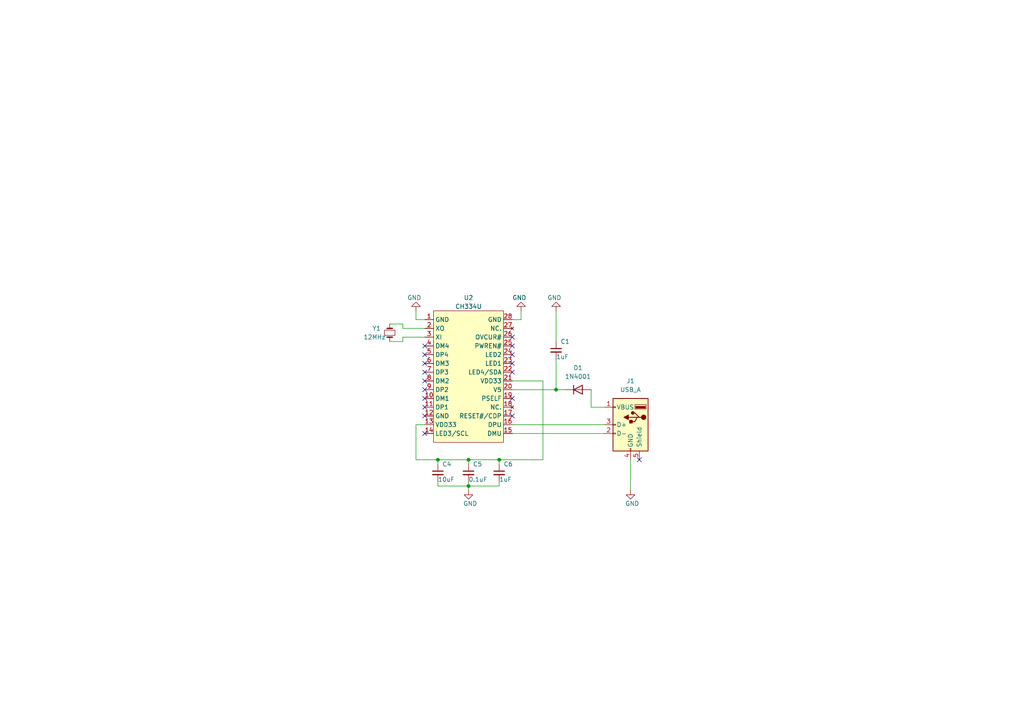
<source format=kicad_sch>
(kicad_sch (version 20230121) (generator eeschema)
  (paper "A4")
  (lib_symbols
    (symbol "Connector:USB_A" (pin_names (offset 1.016))
      (property "Reference" "J" (at -5.08 11.43 0))
      (property "Value" "USB_A" (at -5.08 8.89 0))
      (symbol "USB_A_0_1"
        (rectangle (start -5.08 -7.62) (end 5.08 7.62) (stroke (width 0.254)) (fill (type background)))
        (circle (center -3.81 2.159) (radius 0.635) (stroke (width 0.254)) (fill (type outline)))
        (rectangle (start -1.524 4.826) (end -4.318 5.334) (fill (type outline)))
        (rectangle (start -1.27 4.572) (end -4.572 5.842))
        (circle (center -0.635 3.429) (radius 0.381) (stroke (width 0.254)) (fill (type outline)))
        (rectangle (start -0.127 -7.62) (end 0.127 -6.858))
        (polyline (pts (xy -3.175 2.159) (xy -2.54 2.159) (xy -1.27 3.429) (xy -0.635 3.429)) (stroke (width 0.254)))
        (polyline (pts (xy -2.54 2.159) (xy -1.905 2.159) (xy -1.27 0.889) (xy 0 0.889)) (stroke (width 0.254)))
        (polyline (pts (xy 0.635 2.794) (xy 0.635 1.524) (xy 1.905 2.159) (xy 0.635 2.794)) (stroke (width 0.254)) (fill (type outline)))
        (rectangle (start 0.254 1.27) (end -0.508 0.508) (stroke (width 0.254)) (fill (type outline)))
        (rectangle (start 5.08 -2.667) (end 4.318 -2.413))
        (rectangle (start 5.08 -0.127) (end 4.318 0.127))
        (rectangle (start 5.08 4.953) (end 4.318 5.207))
      )
      (symbol "USB_A_1_1"
        (polyline (pts (xy -1.905 2.159) (xy 0.635 2.159)) (stroke (width 0.254)))
        (pin power_in line (at 7.62 5.08 180) (length 2.54) (name "VBUS") (number "1"))
        (pin bidirectional line (at 7.62 -2.54 180) (length 2.54) (name "D-") (number "2"))
        (pin bidirectional line (at 7.62 0 180) (length 2.54) (name "D+") (number "3"))
        (pin power_in line (at 0 -10.16 90) (length 2.54) (name "GND") (number "4"))
        (pin passive line (at -2.54 -10.16 90) (length 2.54) (name "Shield") (number "5"))
      )
    )
    (symbol "Device:C_Small" (pin_numbers hide) (pin_names (offset 0.254) hide)
      (property "Reference" "C" (at 0.254 1.778 0))
      (property "Value" "C_Small" (at 0.254 -2.032 0))
      (symbol "C_Small_0_1"
        (polyline (pts (xy -1.524 -0.508) (xy 1.524 -0.508)) (stroke (width 0.3302)))
        (polyline (pts (xy -1.524 0.508) (xy 1.524 0.508)) (stroke (width 0.3048)))
      )
      (symbol "C_Small_1_1"
        (pin passive line (at 0 2.54 270) (length 2.032) (name "~") (number "1"))
        (pin passive line (at 0 -2.54 90) (length 2.032) (name "~") (number "2"))
      )
    )
    (symbol "Device:Crystal_Small" (pin_numbers hide) (pin_names (offset 1.016) hide)
      (property "Reference" "Y" (at 0 2.54 0))
      (property "Value" "Crystal_Small" (at 0 -2.54 0))
      (symbol "Crystal_Small_0_1"
        (rectangle (start -0.762 -1.524) (end 0.762 1.524))
        (polyline (pts (xy -1.27 -0.762) (xy -1.27 0.762)) (stroke (width 0.381)))
        (polyline (pts (xy 1.27 -0.762) (xy 1.27 0.762)) (stroke (width 0.381)))
      )
      (symbol "Crystal_Small_1_1"
        (pin passive line (at -2.54 0 0) (length 1.27) (name "1") (number "1"))
        (pin passive line (at 2.54 0 180) (length 1.27) (name "2") (number "2"))
      )
    )
    (symbol "Diode:1N4001" (pin_numbers hide) (pin_names hide)
      (property "Reference" "D" (at 0 2.54 0))
      (property "Value" "1N4001" (at 0 -2.54 0))
      (symbol "1N4001_0_1"
        (polyline (pts (xy -1.27 1.27) (xy -1.27 -1.27)) (stroke (width 0.254)))
        (polyline (pts (xy 1.27 0) (xy -1.27 0)))
        (polyline (pts (xy 1.27 1.27) (xy 1.27 -1.27) (xy -1.27 0) (xy 1.27 1.27)) (stroke (width 0.254)))
      )
      (symbol "1N4001_1_1"
        (pin passive line (at -3.81 0 0) (length 2.54) (name "K") (number "1"))
        (pin passive line (at 3.81 0 180) (length 2.54) (name "A") (number "2"))
      )
    )
    (symbol "power:GND" (power) (pin_names (offset 0))
      (property "Value" "GND" (at 0 -3.81 0))
      (symbol "GND_0_1"
        (polyline (pts (xy 0 0) (xy 0 -1.27) (xy 1.27 -1.27) (xy 0 -2.54) (xy -1.27 -1.27) (xy 0 -1.27)))
      )
      (symbol "GND_1_1"
        (pin power_in line (at 0 0 270) (length 0) hide (name "GND") (number "1"))
      )
    )
    (symbol "wch_mcu_peripheral:CH334U"
      (property "Reference" "U" (at 6.35 -21.59 0))
      (property "Value" "CH334U" (at -2.54 -21.59 0))
      (symbol "CH334U_0_1"
        (rectangle (start -10.16 19.05) (end 10.16 -19.05) (fill (type background)))
      )
      (symbol "CH334U_1_1"
        (pin power_in line (at -12.7 16.51 0) (length 2.54) (name "GND") (number "1"))
        (pin bidirectional line (at -12.7 -6.35 0) (length 2.54) (name "DM1") (number "10"))
        (pin bidirectional line (at -12.7 -8.89 0) (length 2.54) (name "DP1") (number "11"))
        (pin power_in line (at -12.7 -11.43 0) (length 2.54) (name "GND") (number "12"))
        (pin power_in line (at -12.7 -13.97 0) (length 2.54) (name "VDD33") (number "13"))
        (pin bidirectional line (at -12.7 -16.51 0) (length 2.54) (name "LED3/SCL") (number "14"))
        (pin bidirectional line (at 12.7 -16.51 180) (length 2.54) (name "DMU") (number "15"))
        (pin bidirectional line (at 12.7 -13.97 180) (length 2.54) (name "DPU") (number "16"))
        (pin input line (at 12.7 -11.43 180) (length 2.54) (name "RESET#/CDP") (number "17"))
        (pin no_connect line (at 12.7 -8.89 180) (length 2.54) (name "NC.") (number "18"))
        (pin input line (at 12.7 -6.35 180) (length 2.54) (name "PSELF") (number "19"))
        (pin output line (at -12.7 13.97 0) (length 2.54) (name "XO") (number "2"))
        (pin power_in line (at 12.7 -3.81 180) (length 2.54) (name "V5") (number "20"))
        (pin power_in line (at 12.7 -1.27 180) (length 2.54) (name "VDD33") (number "21"))
        (pin bidirectional line (at 12.7 1.27 180) (length 2.54) (name "LED4/SDA") (number "22"))
        (pin bidirectional line (at 12.7 3.81 180) (length 2.54) (name "LED1") (number "23"))
        (pin bidirectional line (at 12.7 6.35 180) (length 2.54) (name "LED2") (number "24"))
        (pin output line (at 12.7 8.89 180) (length 2.54) (name "PWREN#") (number "25"))
        (pin input line (at 12.7 11.43 180) (length 2.54) (name "OVCUR#") (number "26"))
        (pin no_connect line (at 12.7 13.97 180) (length 2.54) (name "NC.") (number "27"))
        (pin power_in line (at 12.7 16.51 180) (length 2.54) (name "GND") (number "28"))
        (pin input line (at -12.7 11.43 0) (length 2.54) (name "XI") (number "3"))
        (pin bidirectional line (at -12.7 8.89 0) (length 2.54) (name "DM4") (number "4"))
        (pin bidirectional line (at -12.7 6.35 0) (length 2.54) (name "DP4") (number "5"))
        (pin bidirectional line (at -12.7 3.81 0) (length 2.54) (name "DM3") (number "6"))
        (pin bidirectional line (at -12.7 1.27 0) (length 2.54) (name "DP3") (number "7"))
        (pin bidirectional line (at -12.7 -1.27 0) (length 2.54) (name "DM2") (number "8"))
        (pin bidirectional line (at -12.7 -3.81 0) (length 2.54) (name "DP2") (number "9"))
      )
    )
  )
  (junction (at 127 133.35))
  (junction (at 135.89 133.35))
  (junction (at 161.29 113.03))
  (junction (at 135.89 140.97))
  (junction (at 144.78 133.35))
  (no_connect (at 123.19 100.33))
  (no_connect (at 148.59 115.57))
  (no_connect (at 148.59 100.33))
  (no_connect (at 123.19 118.11))
  (no_connect (at 185.42 133.35))
  (no_connect (at 123.19 107.95))
  (no_connect (at 123.19 125.73))
  (no_connect (at 148.59 120.65))
  (no_connect (at 123.19 102.87))
  (no_connect (at 123.19 105.41))
  (no_connect (at 148.59 105.41))
  (no_connect (at 148.59 107.95))
  (no_connect (at 123.19 113.03))
  (no_connect (at 123.19 115.57))
  (no_connect (at 123.19 120.65))
  (no_connect (at 123.19 110.49))
  (no_connect (at 148.59 97.79))
  (no_connect (at 148.59 102.87))
  (wire (pts (xy 161.29 113.03) (xy 163.83 113.03)))
  (wire (pts (xy 135.89 139.7) (xy 135.89 140.97)))
  (wire (pts (xy 171.45 118.11) (xy 175.26 118.11)))
  (wire (pts (xy 127 139.7) (xy 127 140.97)))
  (wire (pts (xy 123.19 92.71) (xy 120.65 92.71)))
  (wire (pts (xy 120.65 133.35) (xy 127 133.35)))
  (wire (pts (xy 148.59 92.71) (xy 151.13 92.71)))
  (wire (pts (xy 182.88 133.35) (xy 182.88 142.24)))
  (wire (pts (xy 135.89 133.35) (xy 135.89 134.62)))
  (wire (pts (xy 157.48 133.35) (xy 157.48 110.49)))
  (wire (pts (xy 144.78 139.7) (xy 144.78 140.97)))
  (wire (pts (xy 123.19 123.19) (xy 120.65 123.19)))
  (wire (pts (xy 171.45 113.03) (xy 171.45 118.11)))
  (wire (pts (xy 113.03 93.98) (xy 116.84 93.98)))
  (wire (pts (xy 148.59 113.03) (xy 161.29 113.03)))
  (wire (pts (xy 127 140.97) (xy 135.89 140.97)))
  (wire (pts (xy 116.84 93.98) (xy 116.84 95.25)))
  (wire (pts (xy 135.89 140.97) (xy 144.78 140.97)))
  (wire (pts (xy 144.78 133.35) (xy 144.78 134.62)))
  (wire (pts (xy 135.89 133.35) (xy 144.78 133.35)))
  (wire (pts (xy 148.59 123.19) (xy 175.26 123.19)))
  (wire (pts (xy 161.29 104.14) (xy 161.29 113.03)))
  (wire (pts (xy 148.59 125.73) (xy 175.26 125.73)))
  (wire (pts (xy 127 133.35) (xy 135.89 133.35)))
  (wire (pts (xy 161.29 90.17) (xy 161.29 99.06)))
  (wire (pts (xy 113.03 99.06) (xy 116.84 99.06)))
  (wire (pts (xy 151.13 90.17) (xy 151.13 92.71)))
  (wire (pts (xy 120.65 123.19) (xy 120.65 133.35)))
  (wire (pts (xy 144.78 133.35) (xy 157.48 133.35)))
  (wire (pts (xy 120.65 90.17) (xy 120.65 92.71)))
  (wire (pts (xy 135.89 140.97) (xy 135.89 142.24)))
  (wire (pts (xy 127 133.35) (xy 127 134.62)))
  (wire (pts (xy 116.84 95.25) (xy 123.19 95.25)))
  (wire (pts (xy 123.19 97.79) (xy 116.84 97.79)))
  (wire (pts (xy 157.48 110.49) (xy 148.59 110.49)))
  (wire (pts (xy 116.84 97.79) (xy 116.84 99.06)))
  (symbol (lib_id "Device:Crystal_Small") (at 113.03 96.52 90) (unit 1)
    (property "Reference" "Y1" (at 107.95 95.25 90) (effects (justify right)))
    (property "Value" "12MHz" (at 105.41 97.79 90) (effects (justify right)))
    (property "Footprint" "Crystal:Crystal_HC49-4H_Vertical" (effects hide))
  )
  (symbol (lib_id "Device:C_Small") (at 144.78 137.16 0) (unit 1)
    (property "Reference" "C6" (at 146.05 134.62 0) (effects (justify left)))
    (property "Value" "1uF" (at 144.78 139.065 0) (effects (justify left)))
    (property "Footprint" "Capacitor_SMD:C_0603_1608Metric" (effects hide))
  )
  (symbol (lib_id "power:GND") (at 161.29 90.17 180) (unit 1)
    (property "Reference" "#PWR01" (effects hide))
    (property "Value" "GND" (at 158.75 86.36 0) (effects (justify right)))
  )
  (symbol (lib_id "Connector:USB_A") (at 182.88 123.19 0) (mirror y) (unit 1)
    (property "Reference" "J1" (at 182.88 110.49 0))
    (property "Value" "USB_A" (at 182.88 113.03 0))
    (property "Datasheet" " ~" (effects hide))
  )
  (symbol (lib_id "Diode:1N4001") (at 167.64 113.03 0) (unit 1)
    (property "Reference" "D1" (at 167.64 106.68 0))
    (property "Value" "1N4001" (at 167.64 109.22 0))
    (property "Footprint" "Diode_THT:D_DO-41_SOD81_P10.16mm_Horizontal" (effects hide))
    (property "Datasheet" "http://www.vishay.com/docs/88503/1n4001.pdf" (effects hide))
    (property "Sim.Device" "D" (effects hide))
    (property "Sim.Pins" "1=K 2=A" (effects hide))
  )
  (symbol (lib_id "power:GND") (at 120.65 90.17 180) (unit 1)
    (property "Reference" "#PWR07" (effects hide))
    (property "Value" "GND" (at 118.11 86.36 0) (effects (justify right)))
  )
  (symbol (lib_id "Device:C_Small") (at 127 137.16 0) (unit 1)
    (property "Reference" "C4" (at 128.27 134.62 0) (effects (justify left)))
    (property "Value" "10uF" (at 127 139.065 0) (effects (justify left)))
    (property "Footprint" "Capacitor_SMD:C_0805_2012Metric" (effects hide))
  )
  (symbol (lib_id "power:GND") (at 182.88 142.24 0) (unit 1)
    (property "Reference" "#PWR03" (effects hide))
    (property "Value" "GND" (at 185.42 146.05 0) (effects (justify right)))
  )
  (symbol (lib_id "Device:C_Small") (at 161.29 101.6 0) (unit 1)
    (property "Reference" "C1" (at 162.56 99.06 0) (effects (justify left)))
    (property "Value" "1uF" (at 161.29 103.505 0) (effects (justify left)))
    (property "Footprint" "Capacitor_SMD:C_0603_1608Metric" (effects hide))
  )
  (symbol (lib_id "Device:C_Small") (at 135.89 137.16 0) (unit 1)
    (property "Reference" "C5" (at 137.16 134.62 0) (effects (justify left)))
    (property "Value" "0.1uF" (at 135.89 139.065 0) (effects (justify left)))
    (property "Footprint" "Capacitor_SMD:C_0603_1608Metric" (effects hide))
  )
  (symbol (lib_id "wch_mcu_peripheral:CH334U") (at 135.89 109.22 0) (unit 1)
    (property "Reference" "U2" (at 135.89 86.36 0))
    (property "Value" "CH334U" (at 135.89 88.9 0))
    (property "Footprint" "Package_SO:SSOP-28_3.9x9.9mm_P0.635mm" (effects hide))
    (property "Datasheet" "http://www.wch-ic.com/downloads/CH334DS1_PDF.html" (effects hide))
  )
  (symbol (lib_id "power:GND") (at 135.89 142.24 0) (unit 1)
    (property "Reference" "#PWR02" (effects hide))
    (property "Value" "GND" (at 138.43 146.05 0) (effects (justify right)))
  )
  (symbol (lib_id "power:GND") (at 151.13 90.17 180) (unit 1)
    (property "Reference" "#PWR08" (effects hide))
    (property "Value" "GND" (at 148.59 86.36 0) (effects (justify right)))
  )
)
</source>
